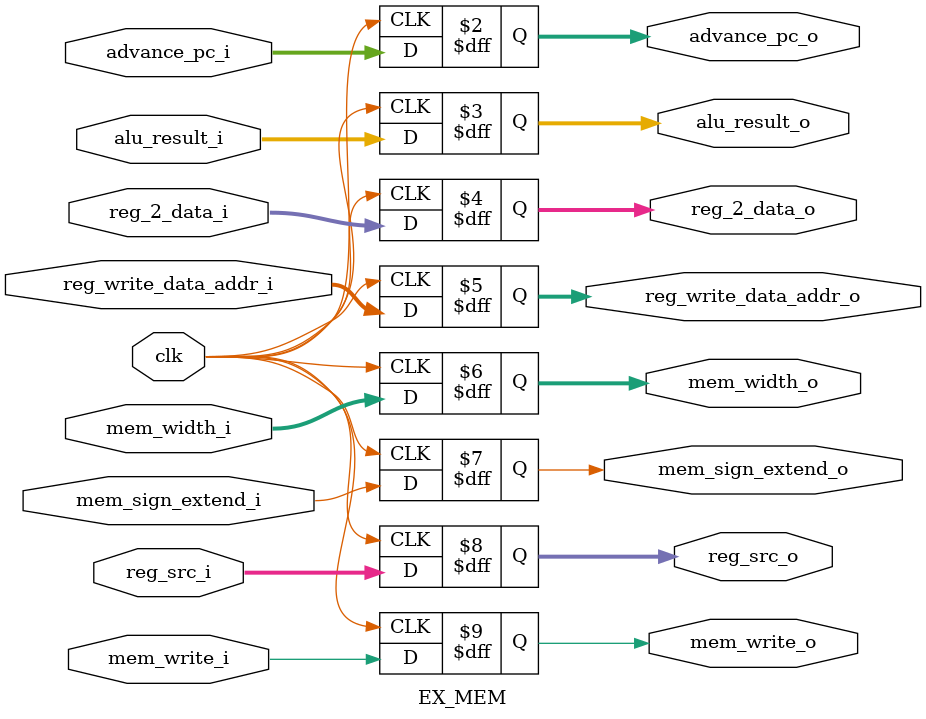
<source format=v>
module IF_ID (
  input        clk,
  input [31:0] now_pc_i,
  input [31:0] inst_i,
  input [31:0] advance_pc_i,
  input        is_jalr_i,
  input        stall_i,
  output reg [31:0] now_pc_o,
  output reg [31:0] inst_o,
  output reg [31:0] advance_pc_o,
  output reg        prev_jalr_o,
  output reg        stall_o
);
  always @(posedge clk) begin
    now_pc_o <= now_pc_i;
    inst_o <= inst_i;
    advance_pc_o <= advance_pc_i;
    prev_jalr_o <= is_jalr_i;
    stall_o <= stall_i;
  end
endmodule

module ID_EX (
  input        clk,
  input [31:0] alu_1_opr_i,
  input [31:0] alu_2_opr_i,
  input [3:0]  alu_op_i,
  input        alu_flag_i,
  input [31:0] advance_pc_i,
  input [31:0] reg_2_data_i,
  input [4:0]  reg_write_data_addr_i,
  input        mem_write_i,
  input [1:0]  mem_width_i,
  input        mem_sign_extend_i,
  input [1:0]  reg_src_i,
  output reg [31:0] alu_1_opr_o,
  output reg [31:0] alu_2_opr_o,
  output reg [3:0]  alu_op_o,
  output reg        alu_flag_o,
  output reg [31:0] advance_pc_o,
  output reg [31:0] reg_2_data_o,
  output reg [4:0]  reg_write_data_addr_o,
  output reg        mem_write_o,
  output reg [1:0]  mem_width_o,
  output reg        mem_sign_extend_o,
  output reg [1:0]  reg_src_o
);
  always @(posedge clk) begin
    alu_1_opr_o <= alu_1_opr_i;
    alu_2_opr_o <= alu_2_opr_i;
    alu_op_o <= alu_op_i;
    alu_flag_o <= alu_flag_i;
    advance_pc_o <= advance_pc_i;
    reg_2_data_o <= reg_2_data_i;
    reg_write_data_addr_o <= reg_write_data_addr_i;
    mem_write_o <= mem_write_i;
    mem_width_o <= mem_width_i;
    mem_sign_extend_o <= mem_sign_extend_i;
    reg_src_o <= reg_src_i;
  end
endmodule

module EX_MEM (
  input        clk,
  input [31:0] advance_pc_i,
  input [31:0] alu_result_i,
  input [31:0] reg_2_data_i,
  input [4:0]  reg_write_data_addr_i,
  input [1:0]  mem_width_i,
  input        mem_sign_extend_i,
  input [1:0]  reg_src_i,
  input        mem_write_i,
  output reg [31:0] advance_pc_o,
  output reg [31:0] alu_result_o,
  output reg [31:0] reg_2_data_o,
  output reg [4:0]  reg_write_data_addr_o,
  output reg [1:0]  mem_width_o,
  output reg        mem_sign_extend_o,
  output reg [1:0]  reg_src_o,
  output reg        mem_write_o
);
  always @(posedge clk) begin
    advance_pc_o <= advance_pc_i;
    alu_result_o <= alu_result_i;
    reg_2_data_o <= reg_2_data_i;
    reg_write_data_addr_o <= reg_write_data_addr_i;
    mem_width_o <= mem_width_i;
    mem_sign_extend_o <= mem_sign_extend_i;
    reg_src_o <= reg_src_i;
    mem_write_o <= mem_write_i;
  end
endmodule

</source>
